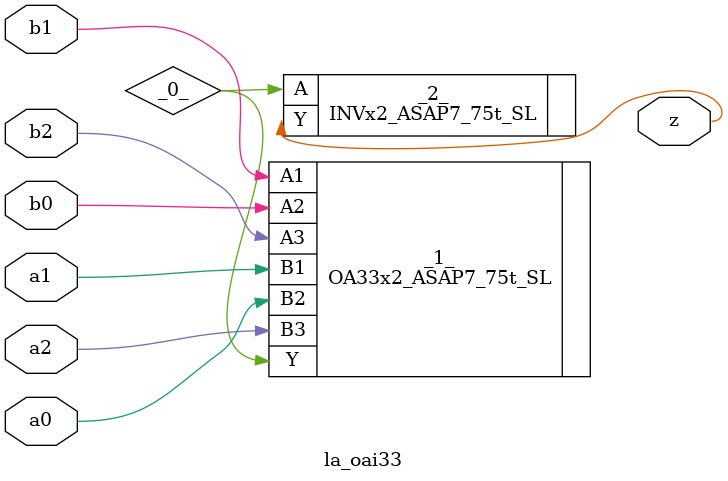
<source format=v>

/* Generated by Yosys 0.44 (git sha1 80ba43d26, g++ 11.4.0-1ubuntu1~22.04 -fPIC -O3) */

(* top =  1  *)
(* src = "inputs/la_oai33.v:10.1-24.10" *)
module la_oai33 (
    a0,
    a1,
    a2,
    b0,
    b1,
    b2,
    z
);
  wire _0_;
  (* src = "inputs/la_oai33.v:13.12-13.14" *)
  input a0;
  wire a0;
  (* src = "inputs/la_oai33.v:14.12-14.14" *)
  input a1;
  wire a1;
  (* src = "inputs/la_oai33.v:15.12-15.14" *)
  input a2;
  wire a2;
  (* src = "inputs/la_oai33.v:16.12-16.14" *)
  input b0;
  wire b0;
  (* src = "inputs/la_oai33.v:17.12-17.14" *)
  input b1;
  wire b1;
  (* src = "inputs/la_oai33.v:18.12-18.14" *)
  input b2;
  wire b2;
  (* src = "inputs/la_oai33.v:19.12-19.13" *)
  output z;
  wire z;
  OA33x2_ASAP7_75t_SL _1_ (
      .A1(b1),
      .A2(b0),
      .A3(b2),
      .B1(a1),
      .B2(a0),
      .B3(a2),
      .Y (_0_)
  );
  INVx2_ASAP7_75t_SL _2_ (
      .A(_0_),
      .Y(z)
  );
endmodule

</source>
